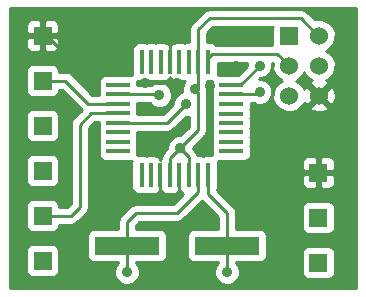
<source format=gtl>
G04 (created by PCBNEW (2013-may-18)-stable) date Sun 03 May 2015 02:23:39 PM EDT*
%MOIN*%
G04 Gerber Fmt 3.4, Leading zero omitted, Abs format*
%FSLAX34Y34*%
G01*
G70*
G90*
G04 APERTURE LIST*
%ADD10C,0.00590551*%
%ADD11R,0.06X0.06*%
%ADD12C,0.06*%
%ADD13R,0.216535X0.0590551*%
%ADD14R,0.0177X0.0787*%
%ADD15R,0.0787X0.0177*%
%ADD16C,0.035*%
%ADD17C,0.01*%
G04 APERTURE END LIST*
G54D10*
G54D11*
X15248Y-6775D03*
G54D12*
X16248Y-6775D03*
X15248Y-7775D03*
X16248Y-7775D03*
X15248Y-8775D03*
X16248Y-8775D03*
G54D11*
X16220Y-14342D03*
X7035Y-6783D03*
X7035Y-8283D03*
X7035Y-9783D03*
X7035Y-11283D03*
X7035Y-12783D03*
X7035Y-14283D03*
X16220Y-11342D03*
X16220Y-12842D03*
G54D13*
X13188Y-13779D03*
X9842Y-13779D03*
G54D14*
X12539Y-11413D03*
X12224Y-11413D03*
X11909Y-11413D03*
X11594Y-11413D03*
X11279Y-11413D03*
X10964Y-11413D03*
X10649Y-11413D03*
X10334Y-11413D03*
X10336Y-7647D03*
X12546Y-7647D03*
X12226Y-7647D03*
X11906Y-7647D03*
X11596Y-7647D03*
X11276Y-7647D03*
X10966Y-7647D03*
X10646Y-7647D03*
G54D15*
X9546Y-10629D03*
X9546Y-10315D03*
X9546Y-9999D03*
X9546Y-9685D03*
X9546Y-9369D03*
X9546Y-9055D03*
X9546Y-8739D03*
X9546Y-8425D03*
X13326Y-10627D03*
X13326Y-10317D03*
X13326Y-9997D03*
X13326Y-9687D03*
X13326Y-9377D03*
X13326Y-9057D03*
X13326Y-8737D03*
X13326Y-8417D03*
G54D16*
X12106Y-8562D03*
X11614Y-10531D03*
X10925Y-8759D03*
X14271Y-7775D03*
X14271Y-8661D03*
X11811Y-9055D03*
X11614Y-6594D03*
X10531Y-10236D03*
X11515Y-8366D03*
X10433Y-9153D03*
X10433Y-8366D03*
X8759Y-10531D03*
X9547Y-12204D03*
X7677Y-10531D03*
X12500Y-10236D03*
X12598Y-8464D03*
X13484Y-7775D03*
X13484Y-6791D03*
X14271Y-11811D03*
X14960Y-14566D03*
X15255Y-12795D03*
X7874Y-9251D03*
X8169Y-7775D03*
X12303Y-12795D03*
X9842Y-14665D03*
X13188Y-14665D03*
G54D17*
X12226Y-7647D02*
X12226Y-8442D01*
X12204Y-8661D02*
X12106Y-8562D01*
X12204Y-9940D02*
X11614Y-10531D01*
X12204Y-9940D02*
X12204Y-8661D01*
X12226Y-8442D02*
X12106Y-8562D01*
X16248Y-6775D02*
X16224Y-6775D01*
X16224Y-6775D02*
X15649Y-6200D01*
X15649Y-6200D02*
X12598Y-6200D01*
X12598Y-6200D02*
X12226Y-6572D01*
X12226Y-6572D02*
X12226Y-7647D01*
X11909Y-11413D02*
X11909Y-10827D01*
X11909Y-10827D02*
X11614Y-10531D01*
X11279Y-10865D02*
X11614Y-10531D01*
X11279Y-10865D02*
X11279Y-11413D01*
X9546Y-8739D02*
X10905Y-8739D01*
X10905Y-8739D02*
X10925Y-8759D01*
X13629Y-8417D02*
X13326Y-8417D01*
X14271Y-7775D02*
X13629Y-8417D01*
X14195Y-8737D02*
X13326Y-8737D01*
X14271Y-8661D02*
X14195Y-8737D01*
X9546Y-9685D02*
X11180Y-9685D01*
X11180Y-9685D02*
X11811Y-9055D01*
X15248Y-7775D02*
X15248Y-7767D01*
X12546Y-7531D02*
X12546Y-7647D01*
X12696Y-7381D02*
X12546Y-7531D01*
X14862Y-7381D02*
X12696Y-7381D01*
X15248Y-7767D02*
X14862Y-7381D01*
X8267Y-12500D02*
X8267Y-9744D01*
X7035Y-12783D02*
X7984Y-12783D01*
X8642Y-9369D02*
X8267Y-9744D01*
X8642Y-9369D02*
X9546Y-9369D01*
X7984Y-12783D02*
X8267Y-12500D01*
X7035Y-8283D02*
X7791Y-8283D01*
X8563Y-9055D02*
X7791Y-8283D01*
X8563Y-9055D02*
X9546Y-9055D01*
X11276Y-6931D02*
X11614Y-6594D01*
X11276Y-7647D02*
X11276Y-6931D01*
X11515Y-8366D02*
X10433Y-8366D01*
X9547Y-12204D02*
X9448Y-12204D01*
X8759Y-11515D02*
X8759Y-10531D01*
X9448Y-12204D02*
X8759Y-11515D01*
X12500Y-10236D02*
X12500Y-10137D01*
X12598Y-10039D02*
X12598Y-8464D01*
X12500Y-10137D02*
X12598Y-10039D01*
X13484Y-6791D02*
X13385Y-6791D01*
X14740Y-11342D02*
X14271Y-11811D01*
X16220Y-11342D02*
X14740Y-11342D01*
X14960Y-13090D02*
X14960Y-14566D01*
X15255Y-12795D02*
X14960Y-13090D01*
X7035Y-6783D02*
X7177Y-6783D01*
X7177Y-6783D02*
X8169Y-7775D01*
X11594Y-11413D02*
X11594Y-12027D01*
X11594Y-12027D02*
X11515Y-12106D01*
X10964Y-11413D02*
X10964Y-12066D01*
X10964Y-12066D02*
X10925Y-12106D01*
X9842Y-13779D02*
X9842Y-14665D01*
X12224Y-11987D02*
X11515Y-12696D01*
X12224Y-11413D02*
X12224Y-11987D01*
X9842Y-12992D02*
X9842Y-13779D01*
X10137Y-12696D02*
X9842Y-12992D01*
X11515Y-12696D02*
X10137Y-12696D01*
X13188Y-13779D02*
X13188Y-14665D01*
X12539Y-11413D02*
X12539Y-12047D01*
X13188Y-12696D02*
X13188Y-13779D01*
X12539Y-12047D02*
X13188Y-12696D01*
G54D10*
G36*
X11777Y-8291D02*
X11746Y-8321D01*
X11681Y-8478D01*
X11681Y-8647D01*
X11681Y-8648D01*
X11570Y-8694D01*
X11450Y-8814D01*
X11386Y-8970D01*
X11386Y-9055D01*
X11056Y-9385D01*
X10190Y-9385D01*
X10190Y-9231D01*
X10182Y-9212D01*
X10190Y-9194D01*
X10190Y-9094D01*
X10190Y-9039D01*
X10604Y-9039D01*
X10684Y-9119D01*
X10840Y-9184D01*
X11009Y-9184D01*
X11165Y-9120D01*
X11285Y-9000D01*
X11350Y-8844D01*
X11350Y-8675D01*
X11285Y-8519D01*
X11166Y-8399D01*
X11010Y-8334D01*
X10841Y-8334D01*
X10684Y-8399D01*
X10644Y-8439D01*
X10190Y-8439D01*
X10190Y-8287D01*
X10198Y-8291D01*
X10297Y-8291D01*
X10474Y-8291D01*
X10491Y-8284D01*
X10508Y-8291D01*
X10607Y-8291D01*
X10784Y-8291D01*
X10806Y-8282D01*
X10828Y-8291D01*
X10927Y-8291D01*
X11104Y-8291D01*
X11121Y-8284D01*
X11138Y-8291D01*
X11170Y-8291D01*
X11232Y-8228D01*
X11232Y-8217D01*
X11267Y-8183D01*
X11281Y-8147D01*
X11296Y-8182D01*
X11321Y-8207D01*
X11321Y-8228D01*
X11383Y-8291D01*
X11415Y-8291D01*
X11436Y-8282D01*
X11458Y-8291D01*
X11557Y-8291D01*
X11734Y-8291D01*
X11751Y-8284D01*
X11768Y-8291D01*
X11777Y-8291D01*
X11777Y-8291D01*
G37*
G54D17*
X11777Y-8291D02*
X11746Y-8321D01*
X11681Y-8478D01*
X11681Y-8647D01*
X11681Y-8648D01*
X11570Y-8694D01*
X11450Y-8814D01*
X11386Y-8970D01*
X11386Y-9055D01*
X11056Y-9385D01*
X10190Y-9385D01*
X10190Y-9231D01*
X10182Y-9212D01*
X10190Y-9194D01*
X10190Y-9094D01*
X10190Y-9039D01*
X10604Y-9039D01*
X10684Y-9119D01*
X10840Y-9184D01*
X11009Y-9184D01*
X11165Y-9120D01*
X11285Y-9000D01*
X11350Y-8844D01*
X11350Y-8675D01*
X11285Y-8519D01*
X11166Y-8399D01*
X11010Y-8334D01*
X10841Y-8334D01*
X10684Y-8399D01*
X10644Y-8439D01*
X10190Y-8439D01*
X10190Y-8287D01*
X10198Y-8291D01*
X10297Y-8291D01*
X10474Y-8291D01*
X10491Y-8284D01*
X10508Y-8291D01*
X10607Y-8291D01*
X10784Y-8291D01*
X10806Y-8282D01*
X10828Y-8291D01*
X10927Y-8291D01*
X11104Y-8291D01*
X11121Y-8284D01*
X11138Y-8291D01*
X11170Y-8291D01*
X11232Y-8228D01*
X11232Y-8217D01*
X11267Y-8183D01*
X11281Y-8147D01*
X11296Y-8182D01*
X11321Y-8207D01*
X11321Y-8228D01*
X11383Y-8291D01*
X11415Y-8291D01*
X11436Y-8282D01*
X11458Y-8291D01*
X11557Y-8291D01*
X11734Y-8291D01*
X11751Y-8284D01*
X11768Y-8291D01*
X11777Y-8291D01*
G54D10*
G36*
X11904Y-9816D02*
X11614Y-10106D01*
X11530Y-10106D01*
X11373Y-10170D01*
X11254Y-10290D01*
X11189Y-10446D01*
X11189Y-10532D01*
X11067Y-10653D01*
X11002Y-10751D01*
X10979Y-10865D01*
X10979Y-10878D01*
X10979Y-10878D01*
X10964Y-10913D01*
X10950Y-10878D01*
X10920Y-10848D01*
X10920Y-10832D01*
X10858Y-10770D01*
X10826Y-10770D01*
X10807Y-10778D01*
X10788Y-10770D01*
X10688Y-10770D01*
X10511Y-10770D01*
X10492Y-10778D01*
X10473Y-10770D01*
X10373Y-10770D01*
X10196Y-10770D01*
X10187Y-10773D01*
X10190Y-10768D01*
X10190Y-10668D01*
X10190Y-10491D01*
X10182Y-10472D01*
X10190Y-10454D01*
X10190Y-10354D01*
X10190Y-10177D01*
X10182Y-10157D01*
X10190Y-10138D01*
X10190Y-10038D01*
X10190Y-9985D01*
X11180Y-9985D01*
X11180Y-9985D01*
X11295Y-9962D01*
X11295Y-9962D01*
X11392Y-9897D01*
X11810Y-9480D01*
X11895Y-9480D01*
X11904Y-9476D01*
X11904Y-9816D01*
X11904Y-9816D01*
G37*
G54D17*
X11904Y-9816D02*
X11614Y-10106D01*
X11530Y-10106D01*
X11373Y-10170D01*
X11254Y-10290D01*
X11189Y-10446D01*
X11189Y-10532D01*
X11067Y-10653D01*
X11002Y-10751D01*
X10979Y-10865D01*
X10979Y-10878D01*
X10979Y-10878D01*
X10964Y-10913D01*
X10950Y-10878D01*
X10920Y-10848D01*
X10920Y-10832D01*
X10858Y-10770D01*
X10826Y-10770D01*
X10807Y-10778D01*
X10788Y-10770D01*
X10688Y-10770D01*
X10511Y-10770D01*
X10492Y-10778D01*
X10473Y-10770D01*
X10373Y-10770D01*
X10196Y-10770D01*
X10187Y-10773D01*
X10190Y-10768D01*
X10190Y-10668D01*
X10190Y-10491D01*
X10182Y-10472D01*
X10190Y-10454D01*
X10190Y-10354D01*
X10190Y-10177D01*
X10182Y-10157D01*
X10190Y-10138D01*
X10190Y-10038D01*
X10190Y-9985D01*
X11180Y-9985D01*
X11180Y-9985D01*
X11295Y-9962D01*
X11295Y-9962D01*
X11392Y-9897D01*
X11810Y-9480D01*
X11895Y-9480D01*
X11904Y-9476D01*
X11904Y-9816D01*
G54D10*
G36*
X12692Y-10157D02*
X12683Y-10179D01*
X12683Y-10278D01*
X12683Y-10455D01*
X12690Y-10472D01*
X12683Y-10489D01*
X12683Y-10588D01*
X12683Y-10765D01*
X12686Y-10773D01*
X12678Y-10770D01*
X12578Y-10770D01*
X12401Y-10770D01*
X12382Y-10778D01*
X12363Y-10770D01*
X12263Y-10770D01*
X12198Y-10770D01*
X12187Y-10712D01*
X12121Y-10615D01*
X12121Y-10615D01*
X12039Y-10532D01*
X12039Y-10530D01*
X12416Y-10153D01*
X12416Y-10153D01*
X12481Y-10055D01*
X12504Y-9940D01*
X12504Y-9940D01*
X12504Y-8711D01*
X12531Y-8647D01*
X12531Y-8478D01*
X12523Y-8459D01*
X12526Y-8442D01*
X12526Y-8442D01*
X12526Y-8291D01*
X12683Y-8291D01*
X12683Y-8378D01*
X12683Y-8555D01*
X12692Y-8577D01*
X12683Y-8599D01*
X12683Y-8698D01*
X12683Y-8875D01*
X12692Y-8897D01*
X12683Y-8919D01*
X12683Y-9018D01*
X12683Y-9195D01*
X12692Y-9217D01*
X12683Y-9239D01*
X12683Y-9338D01*
X12683Y-9515D01*
X12690Y-9532D01*
X12683Y-9549D01*
X12683Y-9648D01*
X12683Y-9825D01*
X12690Y-9842D01*
X12683Y-9859D01*
X12683Y-9958D01*
X12683Y-10135D01*
X12692Y-10157D01*
X12692Y-10157D01*
G37*
G54D17*
X12692Y-10157D02*
X12683Y-10179D01*
X12683Y-10278D01*
X12683Y-10455D01*
X12690Y-10472D01*
X12683Y-10489D01*
X12683Y-10588D01*
X12683Y-10765D01*
X12686Y-10773D01*
X12678Y-10770D01*
X12578Y-10770D01*
X12401Y-10770D01*
X12382Y-10778D01*
X12363Y-10770D01*
X12263Y-10770D01*
X12198Y-10770D01*
X12187Y-10712D01*
X12121Y-10615D01*
X12121Y-10615D01*
X12039Y-10532D01*
X12039Y-10530D01*
X12416Y-10153D01*
X12416Y-10153D01*
X12481Y-10055D01*
X12504Y-9940D01*
X12504Y-9940D01*
X12504Y-8711D01*
X12531Y-8647D01*
X12531Y-8478D01*
X12523Y-8459D01*
X12526Y-8442D01*
X12526Y-8442D01*
X12526Y-8291D01*
X12683Y-8291D01*
X12683Y-8378D01*
X12683Y-8555D01*
X12692Y-8577D01*
X12683Y-8599D01*
X12683Y-8698D01*
X12683Y-8875D01*
X12692Y-8897D01*
X12683Y-8919D01*
X12683Y-9018D01*
X12683Y-9195D01*
X12692Y-9217D01*
X12683Y-9239D01*
X12683Y-9338D01*
X12683Y-9515D01*
X12690Y-9532D01*
X12683Y-9549D01*
X12683Y-9648D01*
X12683Y-9825D01*
X12690Y-9842D01*
X12683Y-9859D01*
X12683Y-9958D01*
X12683Y-10135D01*
X12692Y-10157D01*
G54D10*
G36*
X13850Y-7681D02*
X13846Y-7690D01*
X13846Y-7776D01*
X13543Y-8079D01*
X12885Y-8079D01*
X12885Y-7991D01*
X12885Y-7681D01*
X13850Y-7681D01*
X13850Y-7681D01*
G37*
G54D17*
X13850Y-7681D02*
X13846Y-7690D01*
X13846Y-7776D01*
X13543Y-8079D01*
X12885Y-8079D01*
X12885Y-7991D01*
X12885Y-7681D01*
X13850Y-7681D01*
G54D10*
G36*
X14698Y-6500D02*
X14697Y-6525D01*
X14697Y-7081D01*
X12816Y-7081D01*
X12777Y-7042D01*
X12685Y-7004D01*
X12585Y-7004D01*
X12526Y-7004D01*
X12526Y-6696D01*
X12722Y-6500D01*
X14698Y-6500D01*
X14698Y-6500D01*
G37*
G54D17*
X14698Y-6500D02*
X14697Y-6525D01*
X14697Y-7081D01*
X12816Y-7081D01*
X12777Y-7042D01*
X12685Y-7004D01*
X12585Y-7004D01*
X12526Y-7004D01*
X12526Y-6696D01*
X12722Y-6500D01*
X14698Y-6500D01*
G54D10*
G36*
X17469Y-15205D02*
X16802Y-15205D01*
X16802Y-8857D01*
X16798Y-8763D01*
X16798Y-7666D01*
X16714Y-7464D01*
X16559Y-7309D01*
X16478Y-7275D01*
X16559Y-7242D01*
X16714Y-7087D01*
X16797Y-6885D01*
X16798Y-6666D01*
X16714Y-6464D01*
X16559Y-6309D01*
X16357Y-6225D01*
X16139Y-6225D01*
X16110Y-6237D01*
X15861Y-5988D01*
X15764Y-5923D01*
X15649Y-5900D01*
X12598Y-5900D01*
X12483Y-5923D01*
X12386Y-5988D01*
X12014Y-6360D01*
X11949Y-6457D01*
X11926Y-6572D01*
X11926Y-7004D01*
X11768Y-7004D01*
X11751Y-7011D01*
X11735Y-7004D01*
X11635Y-7004D01*
X11458Y-7004D01*
X11436Y-7013D01*
X11415Y-7004D01*
X11383Y-7004D01*
X11321Y-7066D01*
X11321Y-7087D01*
X11296Y-7112D01*
X11281Y-7147D01*
X11267Y-7112D01*
X11232Y-7077D01*
X11232Y-7066D01*
X11170Y-7004D01*
X11138Y-7004D01*
X11121Y-7011D01*
X11105Y-7004D01*
X11005Y-7004D01*
X10828Y-7004D01*
X10806Y-7013D01*
X10785Y-7004D01*
X10685Y-7004D01*
X10508Y-7004D01*
X10491Y-7011D01*
X10475Y-7004D01*
X10375Y-7004D01*
X10198Y-7004D01*
X10106Y-7042D01*
X10036Y-7112D01*
X9998Y-7204D01*
X9998Y-7303D01*
X9998Y-8090D01*
X9990Y-8087D01*
X9890Y-8087D01*
X9103Y-8087D01*
X9011Y-8125D01*
X8941Y-8195D01*
X8903Y-8287D01*
X8903Y-8386D01*
X8903Y-8563D01*
X8911Y-8582D01*
X8903Y-8601D01*
X8903Y-8700D01*
X8903Y-8755D01*
X8687Y-8755D01*
X8003Y-8071D01*
X7906Y-8006D01*
X7791Y-7983D01*
X7585Y-7983D01*
X7585Y-7933D01*
X7585Y-7132D01*
X7585Y-6433D01*
X7547Y-6342D01*
X7477Y-6271D01*
X7385Y-6233D01*
X7285Y-6233D01*
X7147Y-6233D01*
X7085Y-6295D01*
X7085Y-6733D01*
X7522Y-6733D01*
X7585Y-6670D01*
X7585Y-6433D01*
X7585Y-7132D01*
X7585Y-6895D01*
X7522Y-6833D01*
X7085Y-6833D01*
X7085Y-7270D01*
X7147Y-7333D01*
X7285Y-7333D01*
X7385Y-7333D01*
X7477Y-7295D01*
X7547Y-7224D01*
X7585Y-7132D01*
X7585Y-7933D01*
X7547Y-7842D01*
X7477Y-7771D01*
X7385Y-7733D01*
X7285Y-7733D01*
X6985Y-7733D01*
X6985Y-7270D01*
X6985Y-6833D01*
X6985Y-6733D01*
X6985Y-6295D01*
X6922Y-6233D01*
X6784Y-6233D01*
X6685Y-6233D01*
X6593Y-6271D01*
X6523Y-6342D01*
X6485Y-6433D01*
X6485Y-6670D01*
X6547Y-6733D01*
X6985Y-6733D01*
X6985Y-6833D01*
X6547Y-6833D01*
X6485Y-6895D01*
X6485Y-7132D01*
X6523Y-7224D01*
X6593Y-7295D01*
X6685Y-7333D01*
X6784Y-7333D01*
X6922Y-7333D01*
X6985Y-7270D01*
X6985Y-7733D01*
X6685Y-7733D01*
X6594Y-7771D01*
X6523Y-7841D01*
X6485Y-7933D01*
X6485Y-8032D01*
X6485Y-8632D01*
X6523Y-8724D01*
X6593Y-8795D01*
X6685Y-8833D01*
X6784Y-8833D01*
X7384Y-8833D01*
X7476Y-8795D01*
X7547Y-8725D01*
X7585Y-8633D01*
X7585Y-8583D01*
X7667Y-8583D01*
X8335Y-9251D01*
X8055Y-9531D01*
X7990Y-9629D01*
X7967Y-9744D01*
X7967Y-12375D01*
X7859Y-12483D01*
X7585Y-12483D01*
X7585Y-12433D01*
X7585Y-11533D01*
X7585Y-10933D01*
X7585Y-10033D01*
X7585Y-9433D01*
X7547Y-9342D01*
X7477Y-9271D01*
X7385Y-9233D01*
X7285Y-9233D01*
X6685Y-9233D01*
X6594Y-9271D01*
X6523Y-9341D01*
X6485Y-9433D01*
X6485Y-9532D01*
X6485Y-10132D01*
X6523Y-10224D01*
X6593Y-10295D01*
X6685Y-10333D01*
X6784Y-10333D01*
X7384Y-10333D01*
X7476Y-10295D01*
X7547Y-10225D01*
X7585Y-10133D01*
X7585Y-10033D01*
X7585Y-10933D01*
X7547Y-10842D01*
X7477Y-10771D01*
X7385Y-10733D01*
X7285Y-10733D01*
X6685Y-10733D01*
X6594Y-10771D01*
X6523Y-10841D01*
X6485Y-10933D01*
X6485Y-11032D01*
X6485Y-11632D01*
X6523Y-11724D01*
X6593Y-11795D01*
X6685Y-11833D01*
X6784Y-11833D01*
X7384Y-11833D01*
X7476Y-11795D01*
X7547Y-11725D01*
X7585Y-11633D01*
X7585Y-11533D01*
X7585Y-12433D01*
X7547Y-12342D01*
X7477Y-12271D01*
X7385Y-12233D01*
X7285Y-12233D01*
X6685Y-12233D01*
X6594Y-12271D01*
X6523Y-12341D01*
X6485Y-12433D01*
X6485Y-12532D01*
X6485Y-13132D01*
X6523Y-13224D01*
X6593Y-13295D01*
X6685Y-13333D01*
X6784Y-13333D01*
X7384Y-13333D01*
X7476Y-13295D01*
X7547Y-13225D01*
X7585Y-13133D01*
X7585Y-13083D01*
X7984Y-13083D01*
X7984Y-13083D01*
X8099Y-13060D01*
X8099Y-13060D01*
X8196Y-12995D01*
X8479Y-12712D01*
X8479Y-12712D01*
X8544Y-12614D01*
X8567Y-12500D01*
X8567Y-12500D01*
X8567Y-9868D01*
X8766Y-9669D01*
X8903Y-9669D01*
X8903Y-9823D01*
X8911Y-9842D01*
X8903Y-9861D01*
X8903Y-9960D01*
X8903Y-10137D01*
X8911Y-10157D01*
X8903Y-10177D01*
X8903Y-10276D01*
X8903Y-10453D01*
X8911Y-10472D01*
X8903Y-10491D01*
X8903Y-10590D01*
X8903Y-10767D01*
X8941Y-10859D01*
X9011Y-10930D01*
X9103Y-10968D01*
X9202Y-10968D01*
X9989Y-10968D01*
X9998Y-10964D01*
X9996Y-10970D01*
X9996Y-11069D01*
X9996Y-11856D01*
X10034Y-11948D01*
X10104Y-12019D01*
X10196Y-12057D01*
X10295Y-12057D01*
X10472Y-12057D01*
X10492Y-12049D01*
X10511Y-12057D01*
X10610Y-12057D01*
X10787Y-12057D01*
X10807Y-12049D01*
X10826Y-12057D01*
X10858Y-12057D01*
X10920Y-11994D01*
X10920Y-11978D01*
X10950Y-11949D01*
X10964Y-11913D01*
X10979Y-11948D01*
X11009Y-11978D01*
X11009Y-11994D01*
X11071Y-12057D01*
X11103Y-12057D01*
X11122Y-12049D01*
X11141Y-12057D01*
X11240Y-12057D01*
X11417Y-12057D01*
X11437Y-12049D01*
X11456Y-12057D01*
X11488Y-12057D01*
X11550Y-11994D01*
X11550Y-11978D01*
X11580Y-11949D01*
X11594Y-11913D01*
X11609Y-11948D01*
X11639Y-11978D01*
X11639Y-11994D01*
X11701Y-12057D01*
X11731Y-12057D01*
X11391Y-12396D01*
X10137Y-12396D01*
X10022Y-12419D01*
X9925Y-12484D01*
X9630Y-12779D01*
X9565Y-12877D01*
X9542Y-12992D01*
X9542Y-13234D01*
X8710Y-13234D01*
X8618Y-13272D01*
X8548Y-13342D01*
X8509Y-13434D01*
X8509Y-13533D01*
X8509Y-14124D01*
X8547Y-14216D01*
X8618Y-14286D01*
X8709Y-14324D01*
X8809Y-14324D01*
X9542Y-14324D01*
X9542Y-14364D01*
X9482Y-14424D01*
X9417Y-14580D01*
X9417Y-14749D01*
X9482Y-14905D01*
X9601Y-15025D01*
X9757Y-15090D01*
X9926Y-15090D01*
X10082Y-15025D01*
X10202Y-14906D01*
X10267Y-14750D01*
X10267Y-14581D01*
X10203Y-14424D01*
X10142Y-14364D01*
X10142Y-14324D01*
X10974Y-14324D01*
X11066Y-14286D01*
X11137Y-14216D01*
X11175Y-14124D01*
X11175Y-14025D01*
X11175Y-13434D01*
X11137Y-13342D01*
X11066Y-13272D01*
X10975Y-13234D01*
X10875Y-13234D01*
X10142Y-13234D01*
X10142Y-13116D01*
X10262Y-12996D01*
X11515Y-12996D01*
X11515Y-12996D01*
X11630Y-12974D01*
X11630Y-12974D01*
X11727Y-12908D01*
X12352Y-12284D01*
X12888Y-12821D01*
X12888Y-13234D01*
X12056Y-13234D01*
X11964Y-13272D01*
X11894Y-13342D01*
X11856Y-13434D01*
X11856Y-13533D01*
X11856Y-14124D01*
X11894Y-14216D01*
X11964Y-14286D01*
X12056Y-14324D01*
X12155Y-14324D01*
X12888Y-14324D01*
X12888Y-14364D01*
X12828Y-14424D01*
X12764Y-14580D01*
X12763Y-14749D01*
X12828Y-14905D01*
X12947Y-15025D01*
X13104Y-15090D01*
X13273Y-15090D01*
X13429Y-15025D01*
X13549Y-14906D01*
X13613Y-14750D01*
X13614Y-14581D01*
X13549Y-14424D01*
X13488Y-14364D01*
X13488Y-14324D01*
X14321Y-14324D01*
X14413Y-14286D01*
X14483Y-14216D01*
X14521Y-14124D01*
X14521Y-14025D01*
X14521Y-13434D01*
X14483Y-13342D01*
X14413Y-13272D01*
X14321Y-13234D01*
X14222Y-13234D01*
X13488Y-13234D01*
X13488Y-12696D01*
X13466Y-12582D01*
X13466Y-12582D01*
X13401Y-12484D01*
X12847Y-11931D01*
X12878Y-11857D01*
X12878Y-11757D01*
X12878Y-10970D01*
X12875Y-10962D01*
X12883Y-10966D01*
X12982Y-10966D01*
X13769Y-10966D01*
X13861Y-10928D01*
X13932Y-10858D01*
X13970Y-10766D01*
X13970Y-10666D01*
X13970Y-10489D01*
X13963Y-10472D01*
X13970Y-10456D01*
X13970Y-10356D01*
X13970Y-10179D01*
X13961Y-10157D01*
X13970Y-10136D01*
X13970Y-10036D01*
X13970Y-9859D01*
X13963Y-9842D01*
X13970Y-9826D01*
X13970Y-9726D01*
X13970Y-9549D01*
X13963Y-9532D01*
X13970Y-9516D01*
X13970Y-9416D01*
X13970Y-9239D01*
X13961Y-9217D01*
X13970Y-9196D01*
X13970Y-9096D01*
X13970Y-9037D01*
X14069Y-9037D01*
X14186Y-9086D01*
X14355Y-9086D01*
X14512Y-9021D01*
X14631Y-8902D01*
X14696Y-8746D01*
X14696Y-8577D01*
X14632Y-8420D01*
X14512Y-8301D01*
X14356Y-8236D01*
X14235Y-8236D01*
X14270Y-8200D01*
X14355Y-8200D01*
X14512Y-8136D01*
X14631Y-8016D01*
X14696Y-7860D01*
X14696Y-7691D01*
X14692Y-7681D01*
X14698Y-7681D01*
X14697Y-7884D01*
X14781Y-8086D01*
X14936Y-8241D01*
X15017Y-8275D01*
X14936Y-8309D01*
X14782Y-8463D01*
X14698Y-8665D01*
X14697Y-8884D01*
X14781Y-9086D01*
X14936Y-9241D01*
X15138Y-9325D01*
X15356Y-9325D01*
X15559Y-9242D01*
X15714Y-9087D01*
X15745Y-9011D01*
X15766Y-9063D01*
X15862Y-9090D01*
X16177Y-8775D01*
X15862Y-8460D01*
X15766Y-8487D01*
X15747Y-8543D01*
X15714Y-8464D01*
X15559Y-8309D01*
X15478Y-8275D01*
X15559Y-8242D01*
X15714Y-8087D01*
X15748Y-8005D01*
X15781Y-8086D01*
X15936Y-8241D01*
X16011Y-8272D01*
X15960Y-8294D01*
X15932Y-8389D01*
X16248Y-8704D01*
X16563Y-8389D01*
X16535Y-8294D01*
X16480Y-8274D01*
X16559Y-8242D01*
X16714Y-8087D01*
X16797Y-7885D01*
X16798Y-7666D01*
X16798Y-8763D01*
X16791Y-8638D01*
X16729Y-8487D01*
X16633Y-8460D01*
X16318Y-8775D01*
X16633Y-9090D01*
X16729Y-9063D01*
X16802Y-8857D01*
X16802Y-15205D01*
X16770Y-15205D01*
X16770Y-14593D01*
X16770Y-13993D01*
X16770Y-13093D01*
X16770Y-12493D01*
X16770Y-11692D01*
X16770Y-10993D01*
X16732Y-10901D01*
X16662Y-10830D01*
X16570Y-10792D01*
X16563Y-10792D01*
X16563Y-9161D01*
X16248Y-8846D01*
X15932Y-9161D01*
X15960Y-9256D01*
X16166Y-9330D01*
X16384Y-9319D01*
X16535Y-9256D01*
X16563Y-9161D01*
X16563Y-10792D01*
X16470Y-10792D01*
X16332Y-10792D01*
X16270Y-10855D01*
X16270Y-11292D01*
X16707Y-11292D01*
X16770Y-11230D01*
X16770Y-10993D01*
X16770Y-11692D01*
X16770Y-11455D01*
X16707Y-11392D01*
X16270Y-11392D01*
X16270Y-11830D01*
X16332Y-11892D01*
X16470Y-11892D01*
X16570Y-11892D01*
X16662Y-11854D01*
X16732Y-11783D01*
X16770Y-11692D01*
X16770Y-12493D01*
X16732Y-12401D01*
X16662Y-12330D01*
X16570Y-12292D01*
X16470Y-12292D01*
X16170Y-12292D01*
X16170Y-11830D01*
X16170Y-11392D01*
X16170Y-11292D01*
X16170Y-10855D01*
X16107Y-10792D01*
X15969Y-10792D01*
X15870Y-10792D01*
X15778Y-10830D01*
X15708Y-10901D01*
X15670Y-10993D01*
X15670Y-11230D01*
X15732Y-11292D01*
X16170Y-11292D01*
X16170Y-11392D01*
X15732Y-11392D01*
X15670Y-11455D01*
X15670Y-11692D01*
X15708Y-11783D01*
X15778Y-11854D01*
X15870Y-11892D01*
X15969Y-11892D01*
X16107Y-11892D01*
X16170Y-11830D01*
X16170Y-12292D01*
X15870Y-12292D01*
X15779Y-12330D01*
X15708Y-12400D01*
X15670Y-12492D01*
X15670Y-12592D01*
X15670Y-13192D01*
X15708Y-13283D01*
X15778Y-13354D01*
X15870Y-13392D01*
X15969Y-13392D01*
X16569Y-13392D01*
X16661Y-13354D01*
X16732Y-13284D01*
X16770Y-13192D01*
X16770Y-13093D01*
X16770Y-13993D01*
X16732Y-13901D01*
X16662Y-13830D01*
X16570Y-13792D01*
X16470Y-13792D01*
X15870Y-13792D01*
X15779Y-13830D01*
X15708Y-13900D01*
X15670Y-13992D01*
X15670Y-14092D01*
X15670Y-14692D01*
X15708Y-14783D01*
X15778Y-14854D01*
X15870Y-14892D01*
X15969Y-14892D01*
X16569Y-14892D01*
X16661Y-14854D01*
X16732Y-14784D01*
X16770Y-14692D01*
X16770Y-14593D01*
X16770Y-15205D01*
X7585Y-15205D01*
X7585Y-14533D01*
X7585Y-13933D01*
X7547Y-13842D01*
X7477Y-13771D01*
X7385Y-13733D01*
X7285Y-13733D01*
X6685Y-13733D01*
X6594Y-13771D01*
X6523Y-13841D01*
X6485Y-13933D01*
X6485Y-14032D01*
X6485Y-14632D01*
X6523Y-14724D01*
X6593Y-14795D01*
X6685Y-14833D01*
X6784Y-14833D01*
X7384Y-14833D01*
X7476Y-14795D01*
X7547Y-14725D01*
X7585Y-14633D01*
X7585Y-14533D01*
X7585Y-15205D01*
X5955Y-15205D01*
X5955Y-5857D01*
X17469Y-5857D01*
X17469Y-15205D01*
X17469Y-15205D01*
G37*
G54D17*
X17469Y-15205D02*
X16802Y-15205D01*
X16802Y-8857D01*
X16798Y-8763D01*
X16798Y-7666D01*
X16714Y-7464D01*
X16559Y-7309D01*
X16478Y-7275D01*
X16559Y-7242D01*
X16714Y-7087D01*
X16797Y-6885D01*
X16798Y-6666D01*
X16714Y-6464D01*
X16559Y-6309D01*
X16357Y-6225D01*
X16139Y-6225D01*
X16110Y-6237D01*
X15861Y-5988D01*
X15764Y-5923D01*
X15649Y-5900D01*
X12598Y-5900D01*
X12483Y-5923D01*
X12386Y-5988D01*
X12014Y-6360D01*
X11949Y-6457D01*
X11926Y-6572D01*
X11926Y-7004D01*
X11768Y-7004D01*
X11751Y-7011D01*
X11735Y-7004D01*
X11635Y-7004D01*
X11458Y-7004D01*
X11436Y-7013D01*
X11415Y-7004D01*
X11383Y-7004D01*
X11321Y-7066D01*
X11321Y-7087D01*
X11296Y-7112D01*
X11281Y-7147D01*
X11267Y-7112D01*
X11232Y-7077D01*
X11232Y-7066D01*
X11170Y-7004D01*
X11138Y-7004D01*
X11121Y-7011D01*
X11105Y-7004D01*
X11005Y-7004D01*
X10828Y-7004D01*
X10806Y-7013D01*
X10785Y-7004D01*
X10685Y-7004D01*
X10508Y-7004D01*
X10491Y-7011D01*
X10475Y-7004D01*
X10375Y-7004D01*
X10198Y-7004D01*
X10106Y-7042D01*
X10036Y-7112D01*
X9998Y-7204D01*
X9998Y-7303D01*
X9998Y-8090D01*
X9990Y-8087D01*
X9890Y-8087D01*
X9103Y-8087D01*
X9011Y-8125D01*
X8941Y-8195D01*
X8903Y-8287D01*
X8903Y-8386D01*
X8903Y-8563D01*
X8911Y-8582D01*
X8903Y-8601D01*
X8903Y-8700D01*
X8903Y-8755D01*
X8687Y-8755D01*
X8003Y-8071D01*
X7906Y-8006D01*
X7791Y-7983D01*
X7585Y-7983D01*
X7585Y-7933D01*
X7585Y-7132D01*
X7585Y-6433D01*
X7547Y-6342D01*
X7477Y-6271D01*
X7385Y-6233D01*
X7285Y-6233D01*
X7147Y-6233D01*
X7085Y-6295D01*
X7085Y-6733D01*
X7522Y-6733D01*
X7585Y-6670D01*
X7585Y-6433D01*
X7585Y-7132D01*
X7585Y-6895D01*
X7522Y-6833D01*
X7085Y-6833D01*
X7085Y-7270D01*
X7147Y-7333D01*
X7285Y-7333D01*
X7385Y-7333D01*
X7477Y-7295D01*
X7547Y-7224D01*
X7585Y-7132D01*
X7585Y-7933D01*
X7547Y-7842D01*
X7477Y-7771D01*
X7385Y-7733D01*
X7285Y-7733D01*
X6985Y-7733D01*
X6985Y-7270D01*
X6985Y-6833D01*
X6985Y-6733D01*
X6985Y-6295D01*
X6922Y-6233D01*
X6784Y-6233D01*
X6685Y-6233D01*
X6593Y-6271D01*
X6523Y-6342D01*
X6485Y-6433D01*
X6485Y-6670D01*
X6547Y-6733D01*
X6985Y-6733D01*
X6985Y-6833D01*
X6547Y-6833D01*
X6485Y-6895D01*
X6485Y-7132D01*
X6523Y-7224D01*
X6593Y-7295D01*
X6685Y-7333D01*
X6784Y-7333D01*
X6922Y-7333D01*
X6985Y-7270D01*
X6985Y-7733D01*
X6685Y-7733D01*
X6594Y-7771D01*
X6523Y-7841D01*
X6485Y-7933D01*
X6485Y-8032D01*
X6485Y-8632D01*
X6523Y-8724D01*
X6593Y-8795D01*
X6685Y-8833D01*
X6784Y-8833D01*
X7384Y-8833D01*
X7476Y-8795D01*
X7547Y-8725D01*
X7585Y-8633D01*
X7585Y-8583D01*
X7667Y-8583D01*
X8335Y-9251D01*
X8055Y-9531D01*
X7990Y-9629D01*
X7967Y-9744D01*
X7967Y-12375D01*
X7859Y-12483D01*
X7585Y-12483D01*
X7585Y-12433D01*
X7585Y-11533D01*
X7585Y-10933D01*
X7585Y-10033D01*
X7585Y-9433D01*
X7547Y-9342D01*
X7477Y-9271D01*
X7385Y-9233D01*
X7285Y-9233D01*
X6685Y-9233D01*
X6594Y-9271D01*
X6523Y-9341D01*
X6485Y-9433D01*
X6485Y-9532D01*
X6485Y-10132D01*
X6523Y-10224D01*
X6593Y-10295D01*
X6685Y-10333D01*
X6784Y-10333D01*
X7384Y-10333D01*
X7476Y-10295D01*
X7547Y-10225D01*
X7585Y-10133D01*
X7585Y-10033D01*
X7585Y-10933D01*
X7547Y-10842D01*
X7477Y-10771D01*
X7385Y-10733D01*
X7285Y-10733D01*
X6685Y-10733D01*
X6594Y-10771D01*
X6523Y-10841D01*
X6485Y-10933D01*
X6485Y-11032D01*
X6485Y-11632D01*
X6523Y-11724D01*
X6593Y-11795D01*
X6685Y-11833D01*
X6784Y-11833D01*
X7384Y-11833D01*
X7476Y-11795D01*
X7547Y-11725D01*
X7585Y-11633D01*
X7585Y-11533D01*
X7585Y-12433D01*
X7547Y-12342D01*
X7477Y-12271D01*
X7385Y-12233D01*
X7285Y-12233D01*
X6685Y-12233D01*
X6594Y-12271D01*
X6523Y-12341D01*
X6485Y-12433D01*
X6485Y-12532D01*
X6485Y-13132D01*
X6523Y-13224D01*
X6593Y-13295D01*
X6685Y-13333D01*
X6784Y-13333D01*
X7384Y-13333D01*
X7476Y-13295D01*
X7547Y-13225D01*
X7585Y-13133D01*
X7585Y-13083D01*
X7984Y-13083D01*
X7984Y-13083D01*
X8099Y-13060D01*
X8099Y-13060D01*
X8196Y-12995D01*
X8479Y-12712D01*
X8479Y-12712D01*
X8544Y-12614D01*
X8567Y-12500D01*
X8567Y-12500D01*
X8567Y-9868D01*
X8766Y-9669D01*
X8903Y-9669D01*
X8903Y-9823D01*
X8911Y-9842D01*
X8903Y-9861D01*
X8903Y-9960D01*
X8903Y-10137D01*
X8911Y-10157D01*
X8903Y-10177D01*
X8903Y-10276D01*
X8903Y-10453D01*
X8911Y-10472D01*
X8903Y-10491D01*
X8903Y-10590D01*
X8903Y-10767D01*
X8941Y-10859D01*
X9011Y-10930D01*
X9103Y-10968D01*
X9202Y-10968D01*
X9989Y-10968D01*
X9998Y-10964D01*
X9996Y-10970D01*
X9996Y-11069D01*
X9996Y-11856D01*
X10034Y-11948D01*
X10104Y-12019D01*
X10196Y-12057D01*
X10295Y-12057D01*
X10472Y-12057D01*
X10492Y-12049D01*
X10511Y-12057D01*
X10610Y-12057D01*
X10787Y-12057D01*
X10807Y-12049D01*
X10826Y-12057D01*
X10858Y-12057D01*
X10920Y-11994D01*
X10920Y-11978D01*
X10950Y-11949D01*
X10964Y-11913D01*
X10979Y-11948D01*
X11009Y-11978D01*
X11009Y-11994D01*
X11071Y-12057D01*
X11103Y-12057D01*
X11122Y-12049D01*
X11141Y-12057D01*
X11240Y-12057D01*
X11417Y-12057D01*
X11437Y-12049D01*
X11456Y-12057D01*
X11488Y-12057D01*
X11550Y-11994D01*
X11550Y-11978D01*
X11580Y-11949D01*
X11594Y-11913D01*
X11609Y-11948D01*
X11639Y-11978D01*
X11639Y-11994D01*
X11701Y-12057D01*
X11731Y-12057D01*
X11391Y-12396D01*
X10137Y-12396D01*
X10022Y-12419D01*
X9925Y-12484D01*
X9630Y-12779D01*
X9565Y-12877D01*
X9542Y-12992D01*
X9542Y-13234D01*
X8710Y-13234D01*
X8618Y-13272D01*
X8548Y-13342D01*
X8509Y-13434D01*
X8509Y-13533D01*
X8509Y-14124D01*
X8547Y-14216D01*
X8618Y-14286D01*
X8709Y-14324D01*
X8809Y-14324D01*
X9542Y-14324D01*
X9542Y-14364D01*
X9482Y-14424D01*
X9417Y-14580D01*
X9417Y-14749D01*
X9482Y-14905D01*
X9601Y-15025D01*
X9757Y-15090D01*
X9926Y-15090D01*
X10082Y-15025D01*
X10202Y-14906D01*
X10267Y-14750D01*
X10267Y-14581D01*
X10203Y-14424D01*
X10142Y-14364D01*
X10142Y-14324D01*
X10974Y-14324D01*
X11066Y-14286D01*
X11137Y-14216D01*
X11175Y-14124D01*
X11175Y-14025D01*
X11175Y-13434D01*
X11137Y-13342D01*
X11066Y-13272D01*
X10975Y-13234D01*
X10875Y-13234D01*
X10142Y-13234D01*
X10142Y-13116D01*
X10262Y-12996D01*
X11515Y-12996D01*
X11515Y-12996D01*
X11630Y-12974D01*
X11630Y-12974D01*
X11727Y-12908D01*
X12352Y-12284D01*
X12888Y-12821D01*
X12888Y-13234D01*
X12056Y-13234D01*
X11964Y-13272D01*
X11894Y-13342D01*
X11856Y-13434D01*
X11856Y-13533D01*
X11856Y-14124D01*
X11894Y-14216D01*
X11964Y-14286D01*
X12056Y-14324D01*
X12155Y-14324D01*
X12888Y-14324D01*
X12888Y-14364D01*
X12828Y-14424D01*
X12764Y-14580D01*
X12763Y-14749D01*
X12828Y-14905D01*
X12947Y-15025D01*
X13104Y-15090D01*
X13273Y-15090D01*
X13429Y-15025D01*
X13549Y-14906D01*
X13613Y-14750D01*
X13614Y-14581D01*
X13549Y-14424D01*
X13488Y-14364D01*
X13488Y-14324D01*
X14321Y-14324D01*
X14413Y-14286D01*
X14483Y-14216D01*
X14521Y-14124D01*
X14521Y-14025D01*
X14521Y-13434D01*
X14483Y-13342D01*
X14413Y-13272D01*
X14321Y-13234D01*
X14222Y-13234D01*
X13488Y-13234D01*
X13488Y-12696D01*
X13466Y-12582D01*
X13466Y-12582D01*
X13401Y-12484D01*
X12847Y-11931D01*
X12878Y-11857D01*
X12878Y-11757D01*
X12878Y-10970D01*
X12875Y-10962D01*
X12883Y-10966D01*
X12982Y-10966D01*
X13769Y-10966D01*
X13861Y-10928D01*
X13932Y-10858D01*
X13970Y-10766D01*
X13970Y-10666D01*
X13970Y-10489D01*
X13963Y-10472D01*
X13970Y-10456D01*
X13970Y-10356D01*
X13970Y-10179D01*
X13961Y-10157D01*
X13970Y-10136D01*
X13970Y-10036D01*
X13970Y-9859D01*
X13963Y-9842D01*
X13970Y-9826D01*
X13970Y-9726D01*
X13970Y-9549D01*
X13963Y-9532D01*
X13970Y-9516D01*
X13970Y-9416D01*
X13970Y-9239D01*
X13961Y-9217D01*
X13970Y-9196D01*
X13970Y-9096D01*
X13970Y-9037D01*
X14069Y-9037D01*
X14186Y-9086D01*
X14355Y-9086D01*
X14512Y-9021D01*
X14631Y-8902D01*
X14696Y-8746D01*
X14696Y-8577D01*
X14632Y-8420D01*
X14512Y-8301D01*
X14356Y-8236D01*
X14235Y-8236D01*
X14270Y-8200D01*
X14355Y-8200D01*
X14512Y-8136D01*
X14631Y-8016D01*
X14696Y-7860D01*
X14696Y-7691D01*
X14692Y-7681D01*
X14698Y-7681D01*
X14697Y-7884D01*
X14781Y-8086D01*
X14936Y-8241D01*
X15017Y-8275D01*
X14936Y-8309D01*
X14782Y-8463D01*
X14698Y-8665D01*
X14697Y-8884D01*
X14781Y-9086D01*
X14936Y-9241D01*
X15138Y-9325D01*
X15356Y-9325D01*
X15559Y-9242D01*
X15714Y-9087D01*
X15745Y-9011D01*
X15766Y-9063D01*
X15862Y-9090D01*
X16177Y-8775D01*
X15862Y-8460D01*
X15766Y-8487D01*
X15747Y-8543D01*
X15714Y-8464D01*
X15559Y-8309D01*
X15478Y-8275D01*
X15559Y-8242D01*
X15714Y-8087D01*
X15748Y-8005D01*
X15781Y-8086D01*
X15936Y-8241D01*
X16011Y-8272D01*
X15960Y-8294D01*
X15932Y-8389D01*
X16248Y-8704D01*
X16563Y-8389D01*
X16535Y-8294D01*
X16480Y-8274D01*
X16559Y-8242D01*
X16714Y-8087D01*
X16797Y-7885D01*
X16798Y-7666D01*
X16798Y-8763D01*
X16791Y-8638D01*
X16729Y-8487D01*
X16633Y-8460D01*
X16318Y-8775D01*
X16633Y-9090D01*
X16729Y-9063D01*
X16802Y-8857D01*
X16802Y-15205D01*
X16770Y-15205D01*
X16770Y-14593D01*
X16770Y-13993D01*
X16770Y-13093D01*
X16770Y-12493D01*
X16770Y-11692D01*
X16770Y-10993D01*
X16732Y-10901D01*
X16662Y-10830D01*
X16570Y-10792D01*
X16563Y-10792D01*
X16563Y-9161D01*
X16248Y-8846D01*
X15932Y-9161D01*
X15960Y-9256D01*
X16166Y-9330D01*
X16384Y-9319D01*
X16535Y-9256D01*
X16563Y-9161D01*
X16563Y-10792D01*
X16470Y-10792D01*
X16332Y-10792D01*
X16270Y-10855D01*
X16270Y-11292D01*
X16707Y-11292D01*
X16770Y-11230D01*
X16770Y-10993D01*
X16770Y-11692D01*
X16770Y-11455D01*
X16707Y-11392D01*
X16270Y-11392D01*
X16270Y-11830D01*
X16332Y-11892D01*
X16470Y-11892D01*
X16570Y-11892D01*
X16662Y-11854D01*
X16732Y-11783D01*
X16770Y-11692D01*
X16770Y-12493D01*
X16732Y-12401D01*
X16662Y-12330D01*
X16570Y-12292D01*
X16470Y-12292D01*
X16170Y-12292D01*
X16170Y-11830D01*
X16170Y-11392D01*
X16170Y-11292D01*
X16170Y-10855D01*
X16107Y-10792D01*
X15969Y-10792D01*
X15870Y-10792D01*
X15778Y-10830D01*
X15708Y-10901D01*
X15670Y-10993D01*
X15670Y-11230D01*
X15732Y-11292D01*
X16170Y-11292D01*
X16170Y-11392D01*
X15732Y-11392D01*
X15670Y-11455D01*
X15670Y-11692D01*
X15708Y-11783D01*
X15778Y-11854D01*
X15870Y-11892D01*
X15969Y-11892D01*
X16107Y-11892D01*
X16170Y-11830D01*
X16170Y-12292D01*
X15870Y-12292D01*
X15779Y-12330D01*
X15708Y-12400D01*
X15670Y-12492D01*
X15670Y-12592D01*
X15670Y-13192D01*
X15708Y-13283D01*
X15778Y-13354D01*
X15870Y-13392D01*
X15969Y-13392D01*
X16569Y-13392D01*
X16661Y-13354D01*
X16732Y-13284D01*
X16770Y-13192D01*
X16770Y-13093D01*
X16770Y-13993D01*
X16732Y-13901D01*
X16662Y-13830D01*
X16570Y-13792D01*
X16470Y-13792D01*
X15870Y-13792D01*
X15779Y-13830D01*
X15708Y-13900D01*
X15670Y-13992D01*
X15670Y-14092D01*
X15670Y-14692D01*
X15708Y-14783D01*
X15778Y-14854D01*
X15870Y-14892D01*
X15969Y-14892D01*
X16569Y-14892D01*
X16661Y-14854D01*
X16732Y-14784D01*
X16770Y-14692D01*
X16770Y-14593D01*
X16770Y-15205D01*
X7585Y-15205D01*
X7585Y-14533D01*
X7585Y-13933D01*
X7547Y-13842D01*
X7477Y-13771D01*
X7385Y-13733D01*
X7285Y-13733D01*
X6685Y-13733D01*
X6594Y-13771D01*
X6523Y-13841D01*
X6485Y-13933D01*
X6485Y-14032D01*
X6485Y-14632D01*
X6523Y-14724D01*
X6593Y-14795D01*
X6685Y-14833D01*
X6784Y-14833D01*
X7384Y-14833D01*
X7476Y-14795D01*
X7547Y-14725D01*
X7585Y-14633D01*
X7585Y-14533D01*
X7585Y-15205D01*
X5955Y-15205D01*
X5955Y-5857D01*
X17469Y-5857D01*
X17469Y-15205D01*
M02*

</source>
